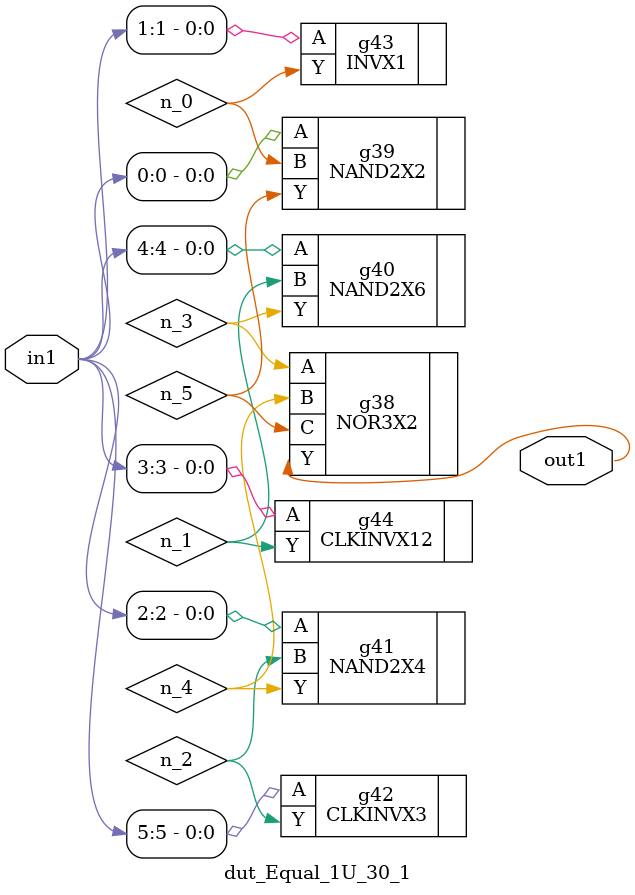
<source format=v>
`timescale 1ps / 1ps


module dut_Equal_1U_30_1(in1, out1);
  input [5:0] in1;
  output out1;
  wire [5:0] in1;
  wire out1;
  wire n_0, n_1, n_2, n_3, n_4, n_5;
  NOR3X2 g38(.A (n_3), .B (n_4), .C (n_5), .Y (out1));
  NAND2X2 g39(.A (in1[0]), .B (n_0), .Y (n_5));
  NAND2X4 g41(.A (in1[2]), .B (n_2), .Y (n_4));
  NAND2X6 g40(.A (in1[4]), .B (n_1), .Y (n_3));
  CLKINVX3 g42(.A (in1[5]), .Y (n_2));
  CLKINVX12 g44(.A (in1[3]), .Y (n_1));
  INVX1 g43(.A (in1[1]), .Y (n_0));
endmodule



</source>
